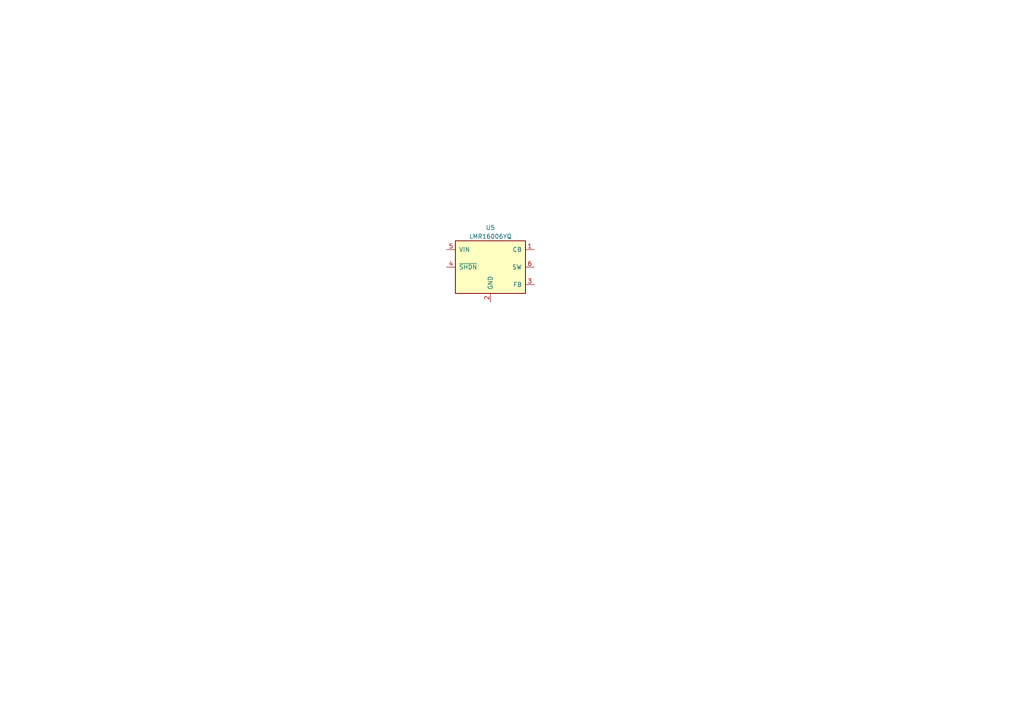
<source format=kicad_sch>
(kicad_sch (version 20230121) (generator eeschema)
  (paper "A4")
  (lib_symbols
    (symbol "Regulator_Switching:LMR16006YQ" (pin_names (offset 1.016))
      (property "Reference" "U" (at -10.16 11.43 0))
      (property "Value" "LMR16006YQ" (at -10.16 8.89 0))
      (symbol "LMR16006YQ_0_1"
        (rectangle (start -10.16 7.62) (end 10.16 -7.62) (stroke (width 0.254)) (fill (type background)))
      )
      (symbol "LMR16006YQ_1_1"
        (pin input line (at 12.7 5.08 180) (length 2.54) (name "CB") (number "1"))
        (pin power_in line (at 0 -10.16 90) (length 2.54) (name "GND") (number "2"))
        (pin input line (at 12.7 -5.08 180) (length 2.54) (name "FB") (number "3"))
        (pin input line (at -12.7 0 0) (length 2.54) (name "~{SHDN}") (number "4"))
        (pin power_in line (at -12.7 5.08 0) (length 2.54) (name "VIN") (number "5"))
        (pin output line (at 12.7 0 180) (length 2.54) (name "SW") (number "6"))
      )
    )
  )
  (symbol (lib_id "Regulator_Switching:LMR16006YQ") (at 142.24 77.47 0) (unit 1)
    (property "Reference" "U5" (at 142.24 66.04 0))
    (property "Value" "LMR16006YQ" (at 142.24 68.58 0))
    (property "Footprint" "Package_TO_SOT_SMD:SOT-23-6" (effects hide))
    (property "Datasheet" "http://www.ti.com/lit/ds/symlink/lmr16006y-q1.pdf" (effects hide))
  )
)
</source>
